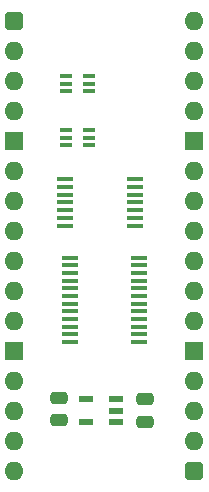
<source format=gts>
%TF.GenerationSoftware,KiCad,Pcbnew,8.0.2*%
%TF.CreationDate,2024-06-07T09:13:13+02:00*%
%TF.ProjectId,HCP65 Main Memory Data,48435036-3520-44d6-9169-6e204d656d6f,V0*%
%TF.SameCoordinates,PX54c81a0PY37b6b20*%
%TF.FileFunction,Soldermask,Top*%
%TF.FilePolarity,Negative*%
%FSLAX46Y46*%
G04 Gerber Fmt 4.6, Leading zero omitted, Abs format (unit mm)*
G04 Created by KiCad (PCBNEW 8.0.2) date 2024-06-07 09:13:13*
%MOMM*%
%LPD*%
G01*
G04 APERTURE LIST*
G04 Aperture macros list*
%AMRoundRect*
0 Rectangle with rounded corners*
0 $1 Rounding radius*
0 $2 $3 $4 $5 $6 $7 $8 $9 X,Y pos of 4 corners*
0 Add a 4 corners polygon primitive as box body*
4,1,4,$2,$3,$4,$5,$6,$7,$8,$9,$2,$3,0*
0 Add four circle primitives for the rounded corners*
1,1,$1+$1,$2,$3*
1,1,$1+$1,$4,$5*
1,1,$1+$1,$6,$7*
1,1,$1+$1,$8,$9*
0 Add four rect primitives between the rounded corners*
20,1,$1+$1,$2,$3,$4,$5,0*
20,1,$1+$1,$4,$5,$6,$7,0*
20,1,$1+$1,$6,$7,$8,$9,0*
20,1,$1+$1,$8,$9,$2,$3,0*%
G04 Aperture macros list end*
%ADD10R,1.475000X0.450000*%
%ADD11R,1.000000X0.450000*%
%ADD12RoundRect,0.250000X0.475000X-0.250000X0.475000X0.250000X-0.475000X0.250000X-0.475000X-0.250000X0*%
%ADD13RoundRect,0.400000X-0.400000X-0.400000X0.400000X-0.400000X0.400000X0.400000X-0.400000X0.400000X0*%
%ADD14O,1.600000X1.600000*%
%ADD15R,1.600000X1.600000*%
%ADD16RoundRect,0.250000X-0.475000X0.250000X-0.475000X-0.250000X0.475000X-0.250000X0.475000X0.250000X0*%
%ADD17R,1.150000X0.600000*%
G04 APERTURE END LIST*
D10*
%TO.C,IC4*%
X4318000Y-13432000D03*
X4318000Y-14082000D03*
X4318000Y-14732000D03*
X4318000Y-15382000D03*
X4318000Y-16032000D03*
X4318000Y-16682000D03*
X4318000Y-17332000D03*
X10194000Y-17332000D03*
X10194000Y-16682000D03*
X10194000Y-16032000D03*
X10194000Y-15382000D03*
X10194000Y-14732000D03*
X10194000Y-14082000D03*
X10194000Y-13432000D03*
%TD*%
D11*
%TO.C,IC2*%
X4334000Y-4684000D03*
X4334000Y-5334000D03*
X4334000Y-5984000D03*
X6334000Y-5984000D03*
X6334000Y-5334000D03*
X6334000Y-4684000D03*
%TD*%
D12*
%TO.C,C8*%
X11049000Y-33954000D03*
X11049000Y-32054000D03*
%TD*%
D13*
%TO.C,J5*%
X0Y0D03*
D14*
X0Y-2540000D03*
X0Y-5080000D03*
X0Y-7620000D03*
D15*
X0Y-10160000D03*
D14*
X0Y-12700000D03*
X0Y-15240000D03*
X0Y-17780000D03*
X0Y-20320000D03*
X0Y-22860000D03*
X0Y-25400000D03*
D15*
X0Y-27940000D03*
D14*
X0Y-30480000D03*
X0Y-33020000D03*
X0Y-35560000D03*
X0Y-38100000D03*
D13*
X15240000Y-38100000D03*
D14*
X15240000Y-35560000D03*
X15240000Y-33020000D03*
X15240000Y-30480000D03*
D15*
X15240000Y-27940000D03*
D14*
X15240000Y-25400000D03*
X15240000Y-22860000D03*
X15240000Y-20320000D03*
X15240000Y-17780000D03*
X15240000Y-15240000D03*
X15240000Y-12700000D03*
D15*
X15240000Y-10160000D03*
D14*
X15240000Y-7620000D03*
X15240000Y-5080000D03*
X15240000Y-2540000D03*
X15240000Y0D03*
%TD*%
D10*
%TO.C,IC3*%
X4682000Y-20047000D03*
X4682000Y-20697000D03*
X4682000Y-21347000D03*
X4682000Y-21997000D03*
X4682000Y-22647000D03*
X4682000Y-23297000D03*
X4682000Y-23947000D03*
X4682000Y-24597000D03*
X4682000Y-25247000D03*
X4682000Y-25897000D03*
X4682000Y-26547000D03*
X4682000Y-27197000D03*
X10558000Y-27197000D03*
X10558000Y-26547000D03*
X10558000Y-25897000D03*
X10558000Y-25247000D03*
X10558000Y-24597000D03*
X10558000Y-23947000D03*
X10558000Y-23297000D03*
X10558000Y-22647000D03*
X10558000Y-21997000D03*
X10558000Y-21347000D03*
X10558000Y-20697000D03*
X10558000Y-20047000D03*
%TD*%
D16*
%TO.C,C9*%
X3784600Y-31933600D03*
X3784600Y-33833600D03*
%TD*%
D17*
%TO.C,IC5*%
X8640600Y-33944600D03*
X8640600Y-32994600D03*
X8640600Y-32044600D03*
X6040600Y-32044600D03*
X6040600Y-33944600D03*
%TD*%
D11*
%TO.C,IC6*%
X4334000Y-9256000D03*
X4334000Y-9906000D03*
X4334000Y-10556000D03*
X6334000Y-10556000D03*
X6334000Y-9906000D03*
X6334000Y-9256000D03*
%TD*%
M02*

</source>
